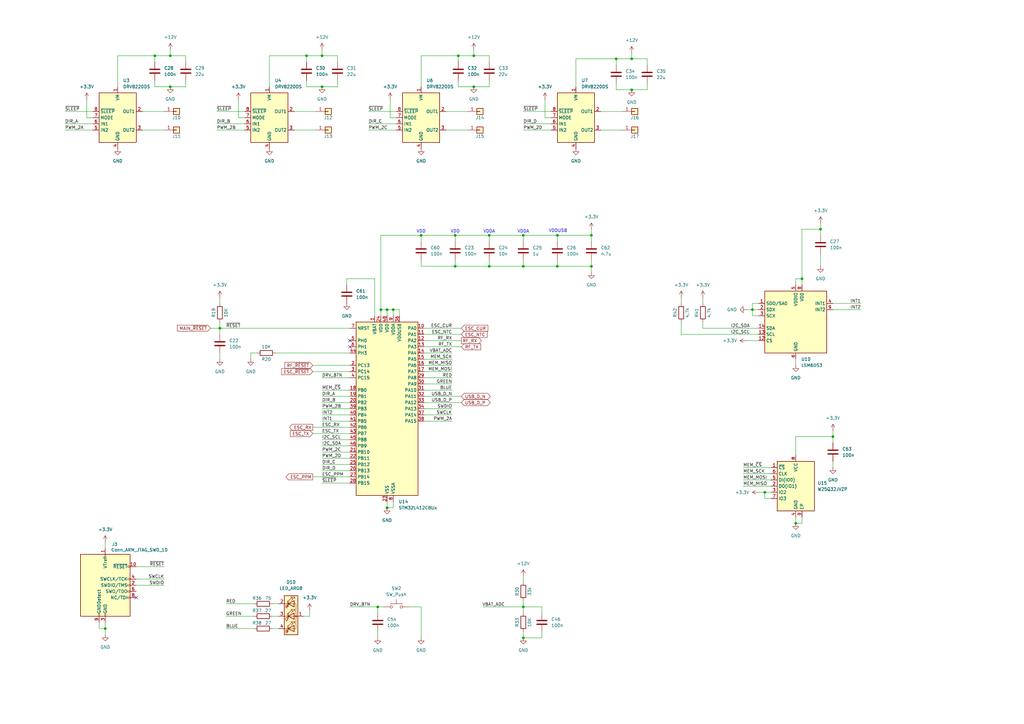
<source format=kicad_sch>
(kicad_sch (version 20231120) (generator "eeschema") (generator_version "8.0")
  (paper "A3")
  (junction (at 228.6 96.52))
  (junction (at 156.21 127))
  (junction (at 172.72 96.52))
  (junction (at 308.61 127))
  (junction (at 214.63 261.62))
  (junction (at 161.29 127))
  (junction (at 194.31 35.56))
  (junction (at 259.08 24.13))
  (junction (at 186.69 96.52))
  (junction (at 252.73 24.13))
  (junction (at 132.08 35.56))
  (junction (at 214.63 248.92))
  (junction (at 200.66 109.22))
  (junction (at 132.08 22.86))
  (junction (at 158.75 208.28))
  (junction (at 187.96 22.86))
  (junction (at 214.63 109.22))
  (junction (at 259.08 36.83))
  (junction (at 242.57 96.52))
  (junction (at 341.63 179.07))
  (junction (at 43.18 257.81))
  (junction (at 313.69 201.93))
  (junction (at 158.75 127))
  (junction (at 90.17 134.62))
  (junction (at 200.66 96.52))
  (junction (at 63.5 22.86))
  (junction (at 69.85 22.86))
  (junction (at 214.63 96.52))
  (junction (at 242.57 109.22))
  (junction (at 186.69 109.22))
  (junction (at 69.85 35.56))
  (junction (at 228.6 109.22))
  (junction (at 336.55 93.98))
  (junction (at 154.94 248.92))
  (junction (at 194.31 22.86))
  (junction (at 326.39 214.63))
  (junction (at 125.73 22.86))
  (junction (at 328.93 114.3))
  (no_connect (at 143.51 142.24))
  (no_connect (at 143.51 139.7))
  (no_connect (at 55.88 245.11))
  (wire (pts (xy 326.39 212.09) (xy 326.39 214.63)))
  (wire (pts (xy 97.79 48.26) (xy 97.79 40.64)))
  (wire (pts (xy 265.43 36.83) (xy 265.43 34.29)))
  (wire (pts (xy 38.1 50.8) (xy 26.67 50.8)))
  (wire (pts (xy 132.08 35.56) (xy 138.43 35.56)))
  (wire (pts (xy 328.93 116.84) (xy 328.93 114.3)))
  (wire (pts (xy 313.69 204.47) (xy 316.23 204.47)))
  (wire (pts (xy 222.25 251.46) (xy 222.25 248.92)))
  (wire (pts (xy 172.72 106.68) (xy 172.72 109.22)))
  (wire (pts (xy 214.63 45.72) (xy 226.06 45.72)))
  (wire (pts (xy 48.26 22.86) (xy 63.5 22.86)))
  (wire (pts (xy 200.66 109.22) (xy 214.63 109.22)))
  (wire (pts (xy 151.13 53.34) (xy 162.56 53.34)))
  (wire (pts (xy 167.64 248.92) (xy 172.72 248.92)))
  (wire (pts (xy 186.69 109.22) (xy 200.66 109.22)))
  (wire (pts (xy 128.27 152.4) (xy 143.51 152.4)))
  (wire (pts (xy 279.4 132.08) (xy 279.4 137.16)))
  (wire (pts (xy 242.57 109.22) (xy 242.57 111.76)))
  (wire (pts (xy 252.73 34.29) (xy 252.73 36.83)))
  (wire (pts (xy 214.63 248.92) (xy 222.25 248.92)))
  (wire (pts (xy 132.08 22.86) (xy 138.43 22.86)))
  (wire (pts (xy 214.63 236.22) (xy 214.63 238.76)))
  (wire (pts (xy 120.65 45.72) (xy 129.54 45.72)))
  (wire (pts (xy 311.15 201.93) (xy 313.69 201.93)))
  (wire (pts (xy 173.99 134.62) (xy 189.23 134.62)))
  (wire (pts (xy 161.29 208.28) (xy 158.75 208.28)))
  (wire (pts (xy 194.31 20.32) (xy 194.31 22.86)))
  (wire (pts (xy 132.08 182.88) (xy 143.51 182.88)))
  (wire (pts (xy 38.1 48.26) (xy 35.56 48.26)))
  (wire (pts (xy 222.25 261.62) (xy 214.63 261.62)))
  (wire (pts (xy 143.51 167.64) (xy 132.08 167.64)))
  (wire (pts (xy 182.88 53.34) (xy 191.77 53.34)))
  (wire (pts (xy 214.63 106.68) (xy 214.63 109.22)))
  (wire (pts (xy 151.13 50.8) (xy 162.56 50.8)))
  (wire (pts (xy 143.51 187.96) (xy 132.08 187.96)))
  (wire (pts (xy 92.71 247.65) (xy 104.14 247.65)))
  (wire (pts (xy 158.75 129.54) (xy 158.75 127)))
  (wire (pts (xy 156.21 129.54) (xy 156.21 127)))
  (wire (pts (xy 132.08 198.12) (xy 143.51 198.12)))
  (wire (pts (xy 132.08 162.56) (xy 143.51 162.56)))
  (wire (pts (xy 43.18 257.81) (xy 43.18 260.35)))
  (wire (pts (xy 128.27 149.86) (xy 143.51 149.86)))
  (wire (pts (xy 304.8 196.85) (xy 316.23 196.85)))
  (wire (pts (xy 26.67 45.72) (xy 38.1 45.72)))
  (wire (pts (xy 288.29 134.62) (xy 311.15 134.62)))
  (wire (pts (xy 55.88 232.41) (xy 67.31 232.41)))
  (wire (pts (xy 132.08 20.32) (xy 132.08 22.86)))
  (wire (pts (xy 173.99 162.56) (xy 189.23 162.56)))
  (wire (pts (xy 151.13 45.72) (xy 162.56 45.72)))
  (wire (pts (xy 88.9 45.72) (xy 100.33 45.72)))
  (wire (pts (xy 259.08 21.59) (xy 259.08 24.13)))
  (wire (pts (xy 288.29 132.08) (xy 288.29 134.62)))
  (wire (pts (xy 326.39 147.32) (xy 326.39 149.86)))
  (wire (pts (xy 194.31 22.86) (xy 200.66 22.86)))
  (wire (pts (xy 172.72 109.22) (xy 186.69 109.22)))
  (wire (pts (xy 173.99 144.78) (xy 185.42 144.78)))
  (wire (pts (xy 214.63 248.92) (xy 214.63 251.46)))
  (wire (pts (xy 173.99 167.64) (xy 185.42 167.64)))
  (wire (pts (xy 110.49 22.86) (xy 125.73 22.86)))
  (wire (pts (xy 86.36 134.62) (xy 90.17 134.62)))
  (wire (pts (xy 143.51 248.92) (xy 154.94 248.92)))
  (wire (pts (xy 242.57 93.98) (xy 242.57 96.52)))
  (wire (pts (xy 187.96 22.86) (xy 194.31 22.86)))
  (wire (pts (xy 125.73 33.02) (xy 125.73 35.56)))
  (wire (pts (xy 186.69 96.52) (xy 186.69 99.06)))
  (wire (pts (xy 69.85 20.32) (xy 69.85 22.86)))
  (wire (pts (xy 172.72 22.86) (xy 187.96 22.86)))
  (wire (pts (xy 259.08 24.13) (xy 265.43 24.13)))
  (wire (pts (xy 187.96 22.86) (xy 187.96 25.4)))
  (wire (pts (xy 92.71 252.73) (xy 104.14 252.73)))
  (wire (pts (xy 200.66 106.68) (xy 200.66 109.22)))
  (wire (pts (xy 156.21 127) (xy 156.21 96.52)))
  (wire (pts (xy 35.56 48.26) (xy 35.56 40.64)))
  (wire (pts (xy 214.63 53.34) (xy 226.06 53.34)))
  (wire (pts (xy 200.66 96.52) (xy 200.66 99.06)))
  (wire (pts (xy 55.88 237.49) (xy 67.31 237.49)))
  (wire (pts (xy 306.07 127) (xy 308.61 127)))
  (wire (pts (xy 304.8 194.31) (xy 316.23 194.31)))
  (wire (pts (xy 228.6 109.22) (xy 242.57 109.22)))
  (wire (pts (xy 158.75 127) (xy 156.21 127)))
  (wire (pts (xy 173.99 160.02) (xy 185.42 160.02)))
  (wire (pts (xy 142.24 114.3) (xy 142.24 116.84)))
  (wire (pts (xy 246.38 45.72) (xy 255.27 45.72)))
  (wire (pts (xy 156.21 96.52) (xy 172.72 96.52)))
  (wire (pts (xy 161.29 205.74) (xy 161.29 208.28)))
  (wire (pts (xy 336.55 93.98) (xy 336.55 96.52)))
  (wire (pts (xy 252.73 24.13) (xy 259.08 24.13)))
  (wire (pts (xy 132.08 190.5) (xy 143.51 190.5)))
  (wire (pts (xy 111.76 247.65) (xy 114.3 247.65)))
  (wire (pts (xy 143.51 175.26) (xy 128.27 175.26)))
  (wire (pts (xy 160.02 48.26) (xy 160.02 40.64)))
  (wire (pts (xy 102.87 144.78) (xy 102.87 147.32)))
  (wire (pts (xy 311.15 124.46) (xy 308.61 124.46)))
  (wire (pts (xy 90.17 134.62) (xy 143.51 134.62)))
  (wire (pts (xy 214.63 96.52) (xy 200.66 96.52)))
  (wire (pts (xy 222.25 259.08) (xy 222.25 261.62)))
  (wire (pts (xy 279.4 137.16) (xy 311.15 137.16)))
  (wire (pts (xy 48.26 22.86) (xy 48.26 35.56)))
  (wire (pts (xy 173.99 149.86) (xy 185.42 149.86)))
  (wire (pts (xy 88.9 50.8) (xy 100.33 50.8)))
  (wire (pts (xy 242.57 99.06) (xy 242.57 96.52)))
  (wire (pts (xy 173.99 152.4) (xy 185.42 152.4)))
  (wire (pts (xy 228.6 109.22) (xy 228.6 106.68)))
  (wire (pts (xy 279.4 121.92) (xy 279.4 124.46)))
  (wire (pts (xy 132.08 154.94) (xy 143.51 154.94)))
  (wire (pts (xy 223.52 48.26) (xy 223.52 40.64)))
  (wire (pts (xy 154.94 248.92) (xy 157.48 248.92)))
  (wire (pts (xy 308.61 127) (xy 311.15 127)))
  (wire (pts (xy 259.08 36.83) (xy 265.43 36.83)))
  (wire (pts (xy 187.96 35.56) (xy 194.31 35.56)))
  (wire (pts (xy 143.51 195.58) (xy 128.27 195.58)))
  (wire (pts (xy 246.38 53.34) (xy 255.27 53.34)))
  (wire (pts (xy 153.67 129.54) (xy 153.67 114.3)))
  (wire (pts (xy 336.55 104.14) (xy 336.55 109.22)))
  (wire (pts (xy 214.63 259.08) (xy 214.63 261.62)))
  (wire (pts (xy 132.08 172.72) (xy 143.51 172.72)))
  (wire (pts (xy 328.93 93.98) (xy 336.55 93.98)))
  (wire (pts (xy 143.51 185.42) (xy 132.08 185.42)))
  (wire (pts (xy 236.22 24.13) (xy 236.22 35.56)))
  (wire (pts (xy 172.72 261.62) (xy 172.72 248.92)))
  (wire (pts (xy 43.18 222.25) (xy 43.18 224.79)))
  (wire (pts (xy 154.94 259.08) (xy 154.94 261.62)))
  (wire (pts (xy 242.57 96.52) (xy 228.6 96.52)))
  (wire (pts (xy 161.29 127) (xy 158.75 127)))
  (wire (pts (xy 173.99 157.48) (xy 185.42 157.48)))
  (wire (pts (xy 328.93 212.09) (xy 328.93 214.63)))
  (wire (pts (xy 111.76 252.73) (xy 114.3 252.73)))
  (wire (pts (xy 326.39 114.3) (xy 328.93 114.3)))
  (wire (pts (xy 110.49 22.86) (xy 110.49 35.56)))
  (wire (pts (xy 200.66 25.4) (xy 200.66 22.86)))
  (wire (pts (xy 173.99 137.16) (xy 189.23 137.16)))
  (wire (pts (xy 161.29 129.54) (xy 161.29 127)))
  (wire (pts (xy 92.71 257.81) (xy 104.14 257.81)))
  (wire (pts (xy 113.03 144.78) (xy 143.51 144.78)))
  (wire (pts (xy 182.88 45.72) (xy 191.77 45.72)))
  (wire (pts (xy 341.63 176.53) (xy 341.63 179.07)))
  (wire (pts (xy 132.08 160.02) (xy 143.51 160.02)))
  (wire (pts (xy 100.33 48.26) (xy 97.79 48.26)))
  (wire (pts (xy 226.06 48.26) (xy 223.52 48.26)))
  (wire (pts (xy 326.39 179.07) (xy 341.63 179.07)))
  (wire (pts (xy 173.99 139.7) (xy 189.23 139.7)))
  (wire (pts (xy 120.65 53.34) (xy 129.54 53.34)))
  (wire (pts (xy 124.46 252.73) (xy 127 252.73)))
  (wire (pts (xy 90.17 134.62) (xy 90.17 137.16)))
  (wire (pts (xy 186.69 106.68) (xy 186.69 109.22)))
  (wire (pts (xy 132.08 170.18) (xy 143.51 170.18)))
  (wire (pts (xy 308.61 124.46) (xy 308.61 127)))
  (wire (pts (xy 341.63 189.23) (xy 341.63 191.77)))
  (wire (pts (xy 326.39 116.84) (xy 326.39 114.3)))
  (wire (pts (xy 236.22 24.13) (xy 252.73 24.13)))
  (wire (pts (xy 162.56 48.26) (xy 160.02 48.26)))
  (wire (pts (xy 153.67 114.3) (xy 142.24 114.3)))
  (wire (pts (xy 40.64 257.81) (xy 43.18 257.81)))
  (wire (pts (xy 58.42 53.34) (xy 67.31 53.34)))
  (wire (pts (xy 90.17 132.08) (xy 90.17 134.62)))
  (wire (pts (xy 69.85 35.56) (xy 76.2 35.56)))
  (wire (pts (xy 173.99 165.1) (xy 189.23 165.1)))
  (wire (pts (xy 341.63 127) (xy 353.06 127)))
  (wire (pts (xy 63.5 22.86) (xy 69.85 22.86)))
  (wire (pts (xy 158.75 205.74) (xy 158.75 208.28)))
  (wire (pts (xy 198.12 248.92) (xy 214.63 248.92)))
  (wire (pts (xy 341.63 179.07) (xy 341.63 181.61)))
  (wire (pts (xy 306.07 139.7) (xy 311.15 139.7)))
  (wire (pts (xy 173.99 154.94) (xy 185.42 154.94)))
  (wire (pts (xy 138.43 25.4) (xy 138.43 22.86)))
  (wire (pts (xy 228.6 96.52) (xy 214.63 96.52)))
  (wire (pts (xy 187.96 33.02) (xy 187.96 35.56)))
  (wire (pts (xy 313.69 201.93) (xy 313.69 204.47)))
  (wire (pts (xy 214.63 109.22) (xy 228.6 109.22)))
  (wire (pts (xy 252.73 36.83) (xy 259.08 36.83)))
  (wire (pts (xy 76.2 25.4) (xy 76.2 22.86)))
  (wire (pts (xy 127 252.73) (xy 127 250.19)))
  (wire (pts (xy 265.43 26.67) (xy 265.43 24.13)))
  (wire (pts (xy 214.63 246.38) (xy 214.63 248.92)))
  (wire (pts (xy 163.83 127) (xy 161.29 127)))
  (wire (pts (xy 125.73 35.56) (xy 132.08 35.56)))
  (wire (pts (xy 58.42 45.72) (xy 67.31 45.72)))
  (wire (pts (xy 326.39 186.69) (xy 326.39 179.07)))
  (wire (pts (xy 304.8 199.39) (xy 316.23 199.39)))
  (wire (pts (xy 336.55 91.44) (xy 336.55 93.98)))
  (wire (pts (xy 26.67 53.34) (xy 38.1 53.34)))
  (wire (pts (xy 308.61 129.54) (xy 311.15 129.54)))
  (wire (pts (xy 63.5 22.86) (xy 63.5 25.4)))
  (wire (pts (xy 132.08 165.1) (xy 143.51 165.1)))
  (wire (pts (xy 288.29 121.92) (xy 288.29 124.46)))
  (wire (pts (xy 313.69 201.93) (xy 316.23 201.93)))
  (wire (pts (xy 252.73 24.13) (xy 252.73 26.67)))
  (wire (pts (xy 194.31 35.56) (xy 200.66 35.56)))
  (wire (pts (xy 125.73 22.86) (xy 125.73 25.4)))
  (wire (pts (xy 173.99 172.72) (xy 185.42 172.72)))
  (wire (pts (xy 172.72 96.52) (xy 172.72 99.06)))
  (wire (pts (xy 228.6 96.52) (xy 228.6 99.06)))
  (wire (pts (xy 172.72 96.52) (xy 186.69 96.52)))
  (wire (pts (xy 163.83 129.54) (xy 163.83 127)))
  (wire (pts (xy 308.61 127) (xy 308.61 129.54)))
  (wire (pts (xy 214.63 96.52) (xy 214.63 99.06)))
  (wire (pts (xy 143.51 177.8) (xy 128.27 177.8)))
  (wire (pts (xy 90.17 121.92) (xy 90.17 124.46)))
  (wire (pts (xy 55.88 240.03) (xy 67.31 240.03)))
  (wire (pts (xy 304.8 191.77) (xy 316.23 191.77)))
  (wire (pts (xy 69.85 22.86) (xy 76.2 22.86)))
  (wire (pts (xy 173.99 147.32) (xy 185.42 147.32)))
  (wire (pts (xy 173.99 142.24) (xy 189.23 142.24)))
  (wire (pts (xy 43.18 255.27) (xy 43.18 257.81)))
  (wire (pts (xy 328.93 114.3) (xy 328.93 93.98)))
  (wire (pts (xy 63.5 33.02) (xy 63.5 35.56)))
  (wire (pts (xy 172.72 22.86) (xy 172.72 35.56)))
  (wire (pts (xy 40.64 255.27) (xy 40.64 257.81)))
  (wire (pts (xy 173.99 170.18) (xy 185.42 170.18)))
  (wire (pts (xy 125.73 22.86) (xy 132.08 22.86)))
  (wire (pts (xy 88.9 53.34) (xy 100.33 53.34)))
  (wire (pts (xy 328.93 214.63) (xy 326.39 214.63)))
  (wire (pts (xy 138.43 35.56) (xy 138.43 33.02)))
  (wire (pts (xy 132.08 193.04) (xy 143.51 193.04)))
  (wire (pts (xy 341.63 124.46) (xy 353.06 124.46)))
  (wire (pts (xy 76.2 35.56) (xy 76.2 33.02)))
  (wire (pts (xy 154.94 248.92) (xy 154.94 251.46)))
  (wire (pts (xy 200.66 96.52) (xy 186.69 96.52)))
  (wire (pts (xy 200.66 35.56) (xy 200.66 33.02)))
  (wire (pts (xy 90.17 144.78) (xy 90.17 147.32)))
  (wire (pts (xy 63.5 35.56) (xy 69.85 35.56)))
  (wire (pts (xy 111.76 257.81) (xy 114.3 257.81)))
  (wire (pts (xy 132.08 180.34) (xy 143.51 180.34)))
  (wire (pts (xy 214.63 50.8) (xy 226.06 50.8)))
  (wire (pts (xy 242.57 106.68) (xy 242.57 109.22)))
  (wire (pts (xy 105.41 144.78) (xy 102.87 144.78)))
  (text "VDDUSB" (at 228.854 94.742 0) (effects (font (size 1.27 1.27))))
  (text "VDDA" (at 214.63 94.996 0) (effects (font (size 1.27 1.27))))
  (text "VDDA" (at 200.66 94.996 0) (effects (font (size 1.27 1.27))))
  (text "VDD" (at 186.69 94.996 0) (effects (font (size 1.27 1.27))))
  (text "VDD" (at 172.72 94.996 0) (effects (font (size 1.27 1.27))))
  (label "RF_TX" (at 185.42 142.24 180))
  (label "DIR_A" (at 26.67 50.8 0))
  (label "ESC_RX" (at 132.08 175.26 0))
  (label "PWM_2D" (at 214.63 53.34 0))
  (label "I2C_SCL" (at 132.08 180.34 0))
  (label "BLUE" (at 185.42 160.02 180))
  (label "PWM_2A" (at 26.67 53.34 0))
  (label "SWCLK" (at 67.31 237.49 180))
  (label "GREEN" (at 92.71 252.73 0))
  (label "~{SLEEP}" (at 88.9 45.72 0))
  (label "DIR_B" (at 88.9 50.8 0))
  (label "~{SLEEP}" (at 151.13 45.72 0))
  (label "DIR_C" (at 151.13 50.8 0))
  (label "SWCLK" (at 185.42 170.18 180))
  (label "DRV_BTN" (at 132.08 154.94 0))
  (label "PWM_2C" (at 151.13 53.34 0))
  (label "MEM_~{CS}" (at 132.08 160.02 0))
  (label "~{RESET}" (at 92.71 134.62 0))
  (label "SWDIO" (at 185.42 167.64 180))
  (label "MEM_MOSI" (at 304.8 196.85 0))
  (label "PWM_2A" (at 185.42 172.72 180))
  (label "DRV_BTN" (at 143.51 248.92 0))
  (label "MEM_SCK" (at 304.8 194.31 0))
  (label "~{SLEEP}" (at 26.67 45.72 0))
  (label "USB_D_N" (at 185.42 162.56 180))
  (label "ESC_TX" (at 132.08 177.8 0))
  (label "INT1" (at 132.08 172.72 0))
  (label "DIR_D" (at 214.63 50.8 0))
  (label "RED" (at 92.71 247.65 0))
  (label "I2C_SCL" (at 299.72 137.16 0))
  (label "USB_D_P" (at 185.42 165.1 180))
  (label "DIR_D" (at 132.08 193.04 0))
  (label "VBAT_ADC" (at 185.42 144.78 180))
  (label "SWDIO" (at 67.31 240.03 180))
  (label "BLUE" (at 92.71 257.81 0))
  (label "MEM_SCK" (at 185.42 147.32 180))
  (label "PWM_2C" (at 132.08 185.42 0))
  (label "MEM_MISO" (at 304.8 199.39 0))
  (label "ESC_NTC" (at 185.42 137.16 180))
  (label "DIR_A" (at 132.08 162.56 0))
  (label "PWM_2B" (at 88.9 53.34 0))
  (label "MEM_MISO" (at 185.42 149.86 180))
  (label "PWM_2D" (at 132.08 187.96 0))
  (label "GREEN" (at 185.42 157.48 180))
  (label "~{RESET}" (at 67.31 232.41 180))
  (label "ESC_PPM" (at 132.08 195.58 0))
  (label "DIR_B" (at 132.08 165.1 0))
  (label "INT2" (at 353.06 127 180))
  (label "DIR_C" (at 132.08 190.5 0))
  (label "INT1" (at 353.06 124.46 180))
  (label "MEM_MOSI" (at 185.42 152.4 180))
  (label "MEM_~{CS}" (at 304.8 191.77 0))
  (label "I2C_SDA" (at 299.72 134.62 0))
  (label "RED" (at 185.42 154.94 180))
  (label "RF_RX" (at 185.42 139.7 180))
  (label "ESC_CUR" (at 185.42 134.62 180))
  (label "~{SLEEP}" (at 214.63 45.72 0))
  (label "VBAT_ADC" (at 207.01 248.92 180))
  (label "PWM_2B" (at 132.08 167.64 0))
  (label "INT2" (at 132.08 170.18 0))
  (label "~{SLEEP}" (at 132.08 198.12 0))
  (label "I2C_SDA" (at 132.08 182.88 0))
  (global_label "ESC_CUR" (shape input) (at 189.23 134.62 0) (property "Intersheetrefs" "${INTERSHEET_REFS}" (effects (hide yes))))
  (global_label "ESC_NTC" (shape input) (at 189.23 137.16 0) (property "Intersheetrefs" "${INTERSHEET_REFS}" (effects (hide yes))))
  (global_label "USB_D_N" (shape bidirectional) (at 189.23 162.56 0) (property "Intersheetrefs" "${INTERSHEET_REFS}" (effects (hide yes))))
  (global_label "ESC_TX" (shape input) (at 128.27 177.8 180) (property "Intersheetrefs" "${INTERSHEET_REFS}" (effects (hide yes))))
  (global_label "RF_TX" (shape input) (at 189.23 142.24 0) (property "Intersheetrefs" "${INTERSHEET_REFS}" (effects (hide yes))))
  (global_label "RF_~{RESET}" (shape input) (at 128.27 149.86 180) (property "Intersheetrefs" "${INTERSHEET_REFS}" (effects (hide yes))))
  (global_label "ESC_~{RESET}" (shape input) (at 128.27 152.4 180) (property "Intersheetrefs" "${INTERSHEET_REFS}" (effects (hide yes))))
  (global_label "ESC_PPM" (shape output) (at 128.27 195.58 180) (property "Intersheetrefs" "${INTERSHEET_REFS}" (effects (hide yes))))
  (global_label "ESC_RX" (shape output) (at 128.27 175.26 180) (property "Intersheetrefs" "${INTERSHEET_REFS}" (effects (hide yes))))
  (global_label "RF_RX" (shape output) (at 189.23 139.7 0) (property "Intersheetrefs" "${INTERSHEET_REFS}" (effects (hide yes))))
  (global_label "MAIN_~{RESET}" (shape input) (at 86.36 134.62 180) (property "Intersheetrefs" "${INTERSHEET_REFS}" (effects (hide yes))))
  (global_label "USB_D_P" (shape bidirectional) (at 189.23 165.1 0) (property "Intersheetrefs" "${INTERSHEET_REFS}" (effects (hide yes))))
  (symbol (lib_id "Device:C") (at 138.43 29.21 0) (unit 1)
    (property "Reference" "C31" (at 142.24 27.9399 0) (effects (justify left)))
    (property "Value" "22u" (at 142.24 30.4799 0) (effects (justify left)))
    (property "Footprint" "Capacitor_SMD:C_1206_3216Metric" (effects (hide yes)))
    (property "Description" "Unpolarized capacitor" (effects (hide yes)))
    (property "LCSC" "C342620" (effects (hide yes)))
  )
  (symbol (lib_id "Device:LED_ARGB") (at 119.38 252.73 0) (unit 1)
    (property "Reference" "D10" (at 119.38 238.76 0))
    (property "Value" "LED_ARGB" (at 119.38 241.3 0))
    (property "Footprint" "LED_SMD:LED_LiteOn_LTST-C19HE1WT" (effects (hide yes)))
    (property "Datasheet" "https://optoelectronics.liteon.com/upload/download/ds22-2008-0044/ltst-c19he1wt.pdf" (effects (hide yes)))
    (property "Description" "RGB LED, anode/red/green/blue" (effects (hide yes)))
    (property "LCSC" "C458749" (effects (hide yes)))
  )
  (symbol (lib_id "Device:C") (at 154.94 255.27 0) (unit 1)
    (property "Reference" "C54" (at 158.75 253.9999 0) (effects (justify left)))
    (property "Value" "100n" (at 158.75 256.5399 0) (effects (justify left)))
    (property "Footprint" "Capacitor_SMD:C_0603_1608Metric" (effects (hide yes)))
    (property "Description" "Unpolarized capacitor" (effects (hide yes)))
    (property "LCSC" "C1591" (effects (hide yes)))
  )
  (symbol (lib_id "Device:R") (at 107.95 257.81 270) (unit 1)
    (property "Reference" "R38" (at 105.41 255.524 90))
    (property "Value" "27" (at 109.982 255.524 90))
    (property "Footprint" "Resistor_SMD:R_0603_1608Metric" (effects (hide yes)))
    (property "Description" "Resistor" (effects (hide yes)))
    (property "LCSC" "C25190" (effects (hide yes)))
  )
  (symbol (lib_id "Device:C") (at 76.2 29.21 0) (unit 1)
    (property "Reference" "C29" (at 80.01 27.9399 0) (effects (justify left)))
    (property "Value" "22u" (at 80.01 30.4799 0) (effects (justify left)))
    (property "Footprint" "Capacitor_SMD:C_1206_3216Metric" (effects (hide yes)))
    (property "Description" "Unpolarized capacitor" (effects (hide yes)))
    (property "LCSC" "C342620" (effects (hide yes)))
  )
  (symbol (lib_id "power:+3.3V") (at 127 250.19 0) (unit 1)
    (property "Reference" "#PWR015" (effects (hide yes)))
    (property "Value" "+3.3V" (at 127 245.11 0))
    (property "Description" "Power symbol creates a global label with name \"+3.3V\"" (effects (hide yes)))
  )
  (symbol (lib_id "Device:C") (at 172.72 102.87 0) (unit 1)
    (property "Reference" "C60" (at 176.53 101.5999 0) (effects (justify left)))
    (property "Value" "100n" (at 176.53 104.1399 0) (effects (justify left)))
    (property "Footprint" "Capacitor_SMD:C_0603_1608Metric" (effects (hide yes)))
    (property "Description" "Unpolarized capacitor" (effects (hide yes)))
    (property "LCSC" "C1591" (effects (hide yes)))
  )
  (symbol (lib_id "power:GND") (at 110.49 60.96 0) (unit 1)
    (property "Reference" "#PWR043" (effects (hide yes)))
    (property "Value" "GND" (at 110.49 66.04 0))
    (property "Description" "Power symbol creates a global label with name \"GND\" , ground" (effects (hide yes)))
  )
  (symbol (lib_id "power:GND") (at 48.26 60.96 0) (unit 1)
    (property "Reference" "#PWR042" (effects (hide yes)))
    (property "Value" "GND" (at 48.26 66.04 0))
    (property "Description" "Power symbol creates a global label with name \"GND\" , ground" (effects (hide yes)))
  )
  (symbol (lib_id "Device:C") (at 242.57 102.87 0) (unit 1)
    (property "Reference" "C62" (at 246.38 101.5999 0) (effects (justify left)))
    (property "Value" "4.7u" (at 246.38 104.1399 0) (effects (justify left)))
    (property "Footprint" "Capacitor_SMD:C_0603_1608Metric" (effects (hide yes)))
    (property "Description" "Unpolarized capacitor" (effects (hide yes)))
    (property "LCSC" "C69335" (effects (hide yes)))
  )
  (symbol (lib_id "Device:C") (at 265.43 30.48 0) (unit 1)
    (property "Reference" "C35" (at 269.24 29.2099 0) (effects (justify left)))
    (property "Value" "22u" (at 269.24 31.7499 0) (effects (justify left)))
    (property "Footprint" "Capacitor_SMD:C_1206_3216Metric" (effects (hide yes)))
    (property "Description" "Unpolarized capacitor" (effects (hide yes)))
    (property "LCSC" "C342620" (effects (hide yes)))
  )
  (symbol (lib_id "power:+3.3V") (at 160.02 40.64 0) (unit 1)
    (property "Reference" "#PWR064" (effects (hide yes)))
    (property "Value" "+3.3V" (at 160.02 35.56 0))
    (property "Description" "Power symbol creates a global label with name \"+3.3V\"" (effects (hide yes)))
  )
  (symbol (lib_id "Device:C") (at 186.69 102.87 0) (unit 1)
    (property "Reference" "C23" (at 190.5 101.5999 0) (effects (justify left)))
    (property "Value" "100n" (at 190.5 104.1399 0) (effects (justify left)))
    (property "Footprint" "Capacitor_SMD:C_0603_1608Metric" (effects (hide yes)))
    (property "Description" "Unpolarized capacitor" (effects (hide yes)))
    (property "LCSC" "C1591" (effects (hide yes)))
  )
  (symbol (lib_id "dancollins:DRV8220DSGR") (at 110.49 48.26 0) (unit 1)
    (property "Reference" "U4" (at 112.6841 33.02 0) (effects (justify left)))
    (property "Value" "DRV8220DS" (at 112.6841 35.56 0) (effects (justify left)))
    (property "Footprint" "Package_SON:WSON-8-1EP_2x2mm_P0.5mm_EP0.9x1.6mm" (effects (hide yes)))
    (property "Datasheet" "https://www.ti.com/lit/ds/symlink/drv8220.pdf?ts=1722244899016&ref_url=https%253A%252F%252Fwww.ti.com%252Fproduct%252FDRV8220%253Fbm-verify%253DAAQAAAAJ_____1Nez3tBbsO97hjPXV3tL6YSpxRmz62jOYxwLZfIHx5_VUMlFp-F74_ssoQnrZXjSrHQlMYigq6JapnUji883CSNAut6jrIRQMUWRPNl5ORFi71cagzeLaKmSJtAhl7QFEMXlPTS1xiIVZxDor1Ofoqe0UwnPImqkqup8QGwZUFq0Ci2MKjB3jCsXQLUhE_O20M7S2lceMr0KgtwZyY6XXGOJLHq1ULeS4YrgAgKhZtdakyGb8iYxJ8fS4sm3GjNScbpcujZPvyAH7ogO3KAyrRDVJL6R95zYQDsAQAzV9GOA0o" (effects (hide yes)))
    (property "Description" "18-V H-Bridge Motor Driver with PWM, PH/EN, and Half-Bridge Control Interfaces and Low-Power Sleep Mode" (effects (hide yes)))
    (property "LCSC" "C3681269" (effects (hide yes)))
  )
  (symbol (lib_id "Connector_Generic:Conn_01x01") (at 260.35 53.34 0) (unit 1)
    (property "Reference" "J17" (at 260.35 55.88 0))
    (property "Value" "Conn_01x01" (effects (hide yes)))
    (property "Footprint" "Connector_Wire:SolderWire-1sqmm_1x01_D1.4mm_OD3.9mm" (effects (hide yes)))
    (property "Description" "Generic connector, single row, 01x01, script generated (kicad-library-utils/schlib/autogen/connector/)" (effects (hide yes)))
  )
  (symbol (lib_id "power:+3.3V") (at 97.79 40.64 0) (unit 1)
    (property "Reference" "#PWR062" (effects (hide yes)))
    (property "Value" "+3.3V" (at 97.79 35.56 0))
    (property "Description" "Power symbol creates a global label with name \"+3.3V\"" (effects (hide yes)))
  )
  (symbol (lib_id "MCU_ST_STM32L4:STM32L412C8Ux") (at 158.75 167.64 0) (unit 1)
    (property "Reference" "U14" (at 163.4841 205.74 0) (effects (justify left)))
    (property "Value" "STM32L412CBUx" (at 163.4841 208.28 0) (effects (justify left)))
    (property "Footprint" "Package_DFN_QFN:QFN-48-1EP_7x7mm_P0.5mm_EP5.6x5.6mm" (effects (hide yes)))
    (property "Datasheet" "https://www.st.com/resource/en/datasheet/stm32l412c8.pdf" (effects (hide yes)))
    (property "Description" "STMicroelectronics Arm Cortex-M4 MCU, 64KB flash, 40KB RAM, 80 MHz, 1.71-3.6V, 38 GPIO, UFQFPN48" (effects (hide yes)))
    (property "Mouser" "511-STM32L412C8U6" (effects (hide yes)))
    (property "LCSC" "C5157716" (effects (hide yes)))
  )
  (symbol (lib_id "Device:C") (at 336.55 100.33 0) (unit 1)
    (property "Reference" "C27" (at 340.36 99.0599 0) (effects (justify left)))
    (property "Value" "100n" (at 340.36 101.5999 0) (effects (justify left)))
    (property "Footprint" "Capacitor_SMD:C_0603_1608Metric" (effects (hide yes)))
    (property "Description" "Unpolarized capacitor" (effects (hide yes)))
    (property "LCSC" "C1591" (effects (hide yes)))
  )
  (symbol (lib_id "Device:R") (at 90.17 128.27 180) (unit 1)
    (property "Reference" "R19" (at 87.63 128.27 90))
    (property "Value" "10K" (at 92.71 128.27 90))
    (property "Footprint" "Resistor_SMD:R_0603_1608Metric" (effects (hide yes)))
    (property "Description" "Resistor" (effects (hide yes)))
    (property "LCSC" "C25804" (effects (hide yes)))
  )
  (symbol (lib_id "Device:C") (at 187.96 29.21 0) (unit 1)
    (property "Reference" "C32" (at 191.77 27.9399 0) (effects (justify left)))
    (property "Value" "100n" (at 191.77 30.4799 0) (effects (justify left)))
    (property "Footprint" "Capacitor_SMD:C_0603_1608Metric" (effects (hide yes)))
    (property "Description" "Unpolarized capacitor" (effects (hide yes)))
    (property "LCSC" "C1591" (effects (hide yes)))
  )
  (symbol (lib_id "Device:C") (at 252.73 30.48 0) (unit 1)
    (property "Reference" "C34" (at 256.54 29.2099 0) (effects (justify left)))
    (property "Value" "100n" (at 256.54 31.7499 0) (effects (justify left)))
    (property "Footprint" "Capacitor_SMD:C_0603_1608Metric" (effects (hide yes)))
    (property "Description" "Unpolarized capacitor" (effects (hide yes)))
    (property "LCSC" "C1591" (effects (hide yes)))
  )
  (symbol (lib_id "dancollins:DRV8220DSGR") (at 236.22 48.26 0) (unit 1)
    (property "Reference" "U7" (at 238.4141 33.02 0) (effects (justify left)))
    (property "Value" "DRV8220DS" (at 238.4141 35.56 0) (effects (justify left)))
    (property "Footprint" "Package_SON:WSON-8-1EP_2x2mm_P0.5mm_EP0.9x1.6mm" (effects (hide yes)))
    (property "Datasheet" "https://www.ti.com/lit/ds/symlink/drv8220.pdf?ts=1722244899016&ref_url=https%253A%252F%252Fwww.ti.com%252Fproduct%252FDRV8220%253Fbm-verify%253DAAQAAAAJ_____1Nez3tBbsO97hjPXV3tL6YSpxRmz62jOYxwLZfIHx5_VUMlFp-F74_ssoQnrZXjSrHQlMYigq6JapnUji883CSNAut6jrIRQMUWRPNl5ORFi71cagzeLaKmSJtAhl7QFEMXlPTS1xiIVZxDor1Ofoqe0UwnPImqkqup8QGwZUFq0Ci2MKjB3jCsXQLUhE_O20M7S2lceMr0KgtwZyY6XXGOJLHq1ULeS4YrgAgKhZtdakyGb8iYxJ8fS4sm3GjNScbpcujZPvyAH7ogO3KAyrRDVJL6R95zYQDsAQAzV9GOA0o" (effects (hide yes)))
    (property "Description" "18-V H-Bridge Motor Driver with PWM, PH/EN, and Half-Bridge Control Interfaces and Low-Power Sleep Mode" (effects (hide yes)))
    (property "LCSC" "C3681269" (effects (hide yes)))
  )
  (symbol (lib_id "Device:C") (at 142.24 120.65 0) (unit 1)
    (property "Reference" "C61" (at 146.05 119.3799 0) (effects (justify left)))
    (property "Value" "100n" (at 146.05 121.9199 0) (effects (justify left)))
    (property "Footprint" "Capacitor_SMD:C_0603_1608Metric" (effects (hide yes)))
    (property "Description" "Unpolarized capacitor" (effects (hide yes)))
    (property "LCSC" "C1591" (effects (hide yes)))
  )
  (symbol (lib_id "Device:C") (at 228.6 102.87 0) (unit 1)
    (property "Reference" "C26" (at 232.41 101.5999 0) (effects (justify left)))
    (property "Value" "100n" (at 232.41 104.1399 0) (effects (justify left)))
    (property "Footprint" "Capacitor_SMD:C_0603_1608Metric" (effects (hide yes)))
    (property "Description" "Unpolarized capacitor" (effects (hide yes)))
    (property "LCSC" "C1591" (effects (hide yes)))
  )
  (symbol (lib_id "power:GND") (at 69.85 35.56 0) (unit 1)
    (property "Reference" "#PWR056" (effects (hide yes)))
    (property "Value" "GND" (at 69.85 40.64 0))
    (property "Description" "Power symbol creates a global label with name \"GND\" , ground" (effects (hide yes)))
  )
  (symbol (lib_id "power:GND") (at 43.18 260.35 0) (unit 1)
    (property "Reference" "#PWR047" (effects (hide yes)))
    (property "Value" "GND" (at 43.18 265.43 0))
    (property "Description" "Power symbol creates a global label with name \"GND\" , ground" (effects (hide yes)))
  )
  (symbol (lib_id "power:+3.3V") (at 279.4 121.92 0) (unit 1)
    (property "Reference" "#PWR099" (effects (hide yes)))
    (property "Value" "+3.3V" (at 279.4 116.84 0))
    (property "Description" "Power symbol creates a global label with name \"+3.3V\"" (effects (hide yes)))
  )
  (symbol (lib_id "dancollins:DRV8220DSGR") (at 48.26 48.26 0) (unit 1)
    (property "Reference" "U3" (at 50.4541 33.02 0) (effects (justify left)))
    (property "Value" "DRV8220DS" (at 50.4541 35.56 0) (effects (justify left)))
    (property "Footprint" "Package_SON:WSON-8-1EP_2x2mm_P0.5mm_EP0.9x1.6mm" (effects (hide yes)))
    (property "Datasheet" "https://www.ti.com/lit/ds/symlink/drv8220.pdf?ts=1722244899016&ref_url=https%253A%252F%252Fwww.ti.com%252Fproduct%252FDRV8220%253Fbm-verify%253DAAQAAAAJ_____1Nez3tBbsO97hjPXV3tL6YSpxRmz62jOYxwLZfIHx5_VUMlFp-F74_ssoQnrZXjSrHQlMYigq6JapnUji883CSNAut6jrIRQMUWRPNl5ORFi71cagzeLaKmSJtAhl7QFEMXlPTS1xiIVZxDor1Ofoqe0UwnPImqkqup8QGwZUFq0Ci2MKjB3jCsXQLUhE_O20M7S2lceMr0KgtwZyY6XXGOJLHq1ULeS4YrgAgKhZtdakyGb8iYxJ8fS4sm3GjNScbpcujZPvyAH7ogO3KAyrRDVJL6R95zYQDsAQAzV9GOA0o" (effects (hide yes)))
    (property "Description" "18-V H-Bridge Motor Driver with PWM, PH/EN, and Half-Bridge Control Interfaces and Low-Power Sleep Mode" (effects (hide yes)))
    (property "LCSC" "C3681269" (effects (hide yes)))
  )
  (symbol (lib_id "Connector_Generic:Conn_01x01") (at 260.35 45.72 0) (unit 1)
    (property "Reference" "J16" (at 260.35 48.26 0))
    (property "Value" "Conn_01x01" (effects (hide yes)))
    (property "Footprint" "Connector_Wire:SolderWire-1sqmm_1x01_D1.4mm_OD3.9mm" (effects (hide yes)))
    (property "Description" "Generic connector, single row, 01x01, script generated (kicad-library-utils/schlib/autogen/connector/)" (effects (hide yes)))
  )
  (symbol (lib_id "Device:C") (at 222.25 255.27 0) (unit 1)
    (property "Reference" "C46" (at 226.06 253.9999 0) (effects (justify left)))
    (property "Value" "100n" (at 226.06 256.5399 0) (effects (justify left)))
    (property "Footprint" "Capacitor_SMD:C_0603_1608Metric" (effects (hide yes)))
    (property "Description" "Unpolarized capacitor" (effects (hide yes)))
    (property "LCSC" "C1591" (effects (hide yes)))
  )
  (symbol (lib_id "power:+3.3V") (at 336.55 91.44 0) (unit 1)
    (property "Reference" "#PWR039" (effects (hide yes)))
    (property "Value" "+3.3V" (at 336.55 86.36 0))
    (property "Description" "Power symbol creates a global label with name \"+3.3V\"" (effects (hide yes)))
  )
  (symbol (lib_id "dancollins:DRV8220DSGR") (at 172.72 48.26 0) (unit 1)
    (property "Reference" "U6" (at 174.9141 33.02 0) (effects (justify left)))
    (property "Value" "DRV8220DS" (at 174.9141 35.56 0) (effects (justify left)))
    (property "Footprint" "Package_SON:WSON-8-1EP_2x2mm_P0.5mm_EP0.9x1.6mm" (effects (hide yes)))
    (property "Datasheet" "https://www.ti.com/lit/ds/symlink/drv8220.pdf?ts=1722244899016&ref_url=https%253A%252F%252Fwww.ti.com%252Fproduct%252FDRV8220%253Fbm-verify%253DAAQAAAAJ_____1Nez3tBbsO97hjPXV3tL6YSpxRmz62jOYxwLZfIHx5_VUMlFp-F74_ssoQnrZXjSrHQlMYigq6JapnUji883CSNAut6jrIRQMUWRPNl5ORFi71cagzeLaKmSJtAhl7QFEMXlPTS1xiIVZxDor1Ofoqe0UwnPImqkqup8QGwZUFq0Ci2MKjB3jCsXQLUhE_O20M7S2lceMr0KgtwZyY6XXGOJLHq1ULeS4YrgAgKhZtdakyGb8iYxJ8fS4sm3GjNScbpcujZPvyAH7ogO3KAyrRDVJL6R95zYQDsAQAzV9GOA0o" (effects (hide yes)))
    (property "Description" "18-V H-Bridge Motor Driver with PWM, PH/EN, and Half-Bridge Control Interfaces and Low-Power Sleep Mode" (effects (hide yes)))
    (property "LCSC" "C3681269" (effects (hide yes)))
  )
  (symbol (lib_id "power:GND") (at 306.07 127 270) (unit 1)
    (property "Reference" "#PWR040" (effects (hide yes)))
    (property "Value" "GND" (at 302.26 126.9999 90) (effects (justify right)))
    (property "Description" "Power symbol creates a global label with name \"GND\" , ground" (effects (hide yes)))
  )
  (symbol (lib_id "power:+12V") (at 132.08 20.32 0) (unit 1)
    (property "Reference" "#PWR054" (effects (hide yes)))
    (property "Value" "+12V" (at 132.08 15.24 0))
    (property "Description" "Power symbol creates a global label with name \"+12V\"" (effects (hide yes)))
  )
  (symbol (lib_id "power:GND") (at 102.87 147.32 0) (unit 1)
    (property "Reference" "#PWR049" (effects (hide yes)))
    (property "Value" "GND" (at 102.87 152.4 0))
    (property "Description" "Power symbol creates a global label with name \"GND\" , ground" (effects (hide yes)))
  )
  (symbol (lib_id "power:+12V") (at 69.85 20.32 0) (unit 1)
    (property "Reference" "#PWR038" (effects (hide yes)))
    (property "Value" "+12V" (at 69.85 15.24 0))
    (property "Description" "Power symbol creates a global label with name \"+12V\"" (effects (hide yes)))
  )
  (symbol (lib_id "Device:C") (at 63.5 29.21 0) (unit 1)
    (property "Reference" "C28" (at 67.31 27.9399 0) (effects (justify left)))
    (property "Value" "100n" (at 67.31 30.4799 0) (effects (justify left)))
    (property "Footprint" "Capacitor_SMD:C_0603_1608Metric" (effects (hide yes)))
    (property "Description" "Unpolarized capacitor" (effects (hide yes)))
    (property "LCSC" "C1591" (effects (hide yes)))
  )
  (symbol (lib_id "power:GND") (at 90.17 147.32 0) (unit 1)
    (property "Reference" "#PWR050" (effects (hide yes)))
    (property "Value" "GND" (at 90.17 152.4 0))
    (property "Description" "Power symbol creates a global label with name \"GND\" , ground" (effects (hide yes)))
  )
  (symbol (lib_id "power:+3.3V") (at 341.63 176.53 0) (unit 1)
    (property "Reference" "#PWR051" (effects (hide yes)))
    (property "Value" "+3.3V" (at 341.63 171.45 0))
    (property "Description" "Power symbol creates a global label with name \"+3.3V\"" (effects (hide yes)))
  )
  (symbol (lib_id "power:+12V") (at 259.08 21.59 0) (unit 1)
    (property "Reference" "#PWR060" (effects (hide yes)))
    (property "Value" "+12V" (at 259.08 16.51 0))
    (property "Description" "Power symbol creates a global label with name \"+12V\"" (effects (hide yes)))
  )
  (symbol (lib_id "Device:C") (at 200.66 29.21 0) (unit 1)
    (property "Reference" "C33" (at 204.47 27.9399 0) (effects (justify left)))
    (property "Value" "22u" (at 204.47 30.4799 0) (effects (justify left)))
    (property "Footprint" "Capacitor_SMD:C_1206_3216Metric" (effects (hide yes)))
    (property "Description" "Unpolarized capacitor" (effects (hide yes)))
    (property "LCSC" "C342620" (effects (hide yes)))
  )
  (symbol (lib_id "power:GND") (at 142.24 124.46 0) (unit 1)
    (property "Reference" "#PWR018" (effects (hide yes)))
    (property "Value" "GND" (at 142.24 129.54 0))
    (property "Description" "Power symbol creates a global label with name \"GND\" , ground" (effects (hide yes)))
  )
  (symbol (lib_id "power:+3.3V") (at 288.29 121.92 0) (unit 1)
    (property "Reference" "#PWR098" (effects (hide yes)))
    (property "Value" "+3.3V" (at 288.29 116.84 0))
    (property "Description" "Power symbol creates a global label with name \"+3.3V\"" (effects (hide yes)))
  )
  (symbol (lib_id "Connector_Generic:Conn_01x01") (at 134.62 53.34 0) (unit 1)
    (property "Reference" "J13" (at 134.62 55.88 0))
    (property "Value" "Conn_01x01" (effects (hide yes)))
    (property "Footprint" "Connector_Wire:SolderWire-1sqmm_1x01_D1.4mm_OD3.9mm" (effects (hide yes)))
    (property "Description" "Generic connector, single row, 01x01, script generated (kicad-library-utils/schlib/autogen/connector/)" (effects (hide yes)))
  )
  (symbol (lib_id "power:+3.3V") (at 242.57 93.98 0) (unit 1)
    (property "Reference" "#PWR023" (effects (hide yes)))
    (property "Value" "+3.3V" (at 242.57 88.9 0))
    (property "Description" "Power symbol creates a global label with name \"+3.3V\"" (effects (hide yes)))
  )
  (symbol (lib_id "power:+3.3V") (at 311.15 201.93 90) (unit 1)
    (property "Reference" "#PWR097" (effects (hide yes)))
    (property "Value" "+3.3V" (at 307.34 201.9299 90) (effects (justify left)))
    (property "Description" "Power symbol creates a global label with name \"+3.3V\"" (effects (hide yes)))
  )
  (symbol (lib_id "Device:C") (at 341.63 185.42 0) (unit 1)
    (property "Reference" "C63" (at 345.44 184.1499 0) (effects (justify left)))
    (property "Value" "100n" (at 345.44 186.6899 0) (effects (justify left)))
    (property "Footprint" "Capacitor_SMD:C_0603_1608Metric" (effects (hide yes)))
    (property "Description" "Unpolarized capacitor" (effects (hide yes)))
    (property "LCSC" "C1591" (effects (hide yes)))
  )
  (symbol (lib_id "power:+3.3V") (at 223.52 40.64 0) (unit 1)
    (property "Reference" "#PWR065" (effects (hide yes)))
    (property "Value" "+3.3V" (at 223.52 35.56 0))
    (property "Description" "Power symbol creates a global label with name \"+3.3V\"" (effects (hide yes)))
  )
  (symbol (lib_id "Connector_Generic:Conn_01x01") (at 196.85 53.34 0) (unit 1)
    (property "Reference" "J15" (at 196.85 55.88 0))
    (property "Value" "Conn_01x01" (effects (hide yes)))
    (property "Footprint" "Connector_Wire:SolderWire-1sqmm_1x01_D1.4mm_OD3.9mm" (effects (hide yes)))
    (property "Description" "Generic connector, single row, 01x01, script generated (kicad-library-utils/schlib/autogen/connector/)" (effects (hide yes)))
  )
  (symbol (lib_id "Connector_Generic:Conn_01x01") (at 72.39 45.72 0) (unit 1)
    (property "Reference" "J10" (at 72.39 48.26 0))
    (property "Value" "Conn_01x01" (effects (hide yes)))
    (property "Footprint" "Connector_Wire:SolderWire-1sqmm_1x01_D1.4mm_OD3.9mm" (effects (hide yes)))
    (property "Description" "Generic connector, single row, 01x01, script generated (kicad-library-utils/schlib/autogen/connector/)" (effects (hide yes)))
  )
  (symbol (lib_id "Device:C") (at 90.17 140.97 0) (unit 1)
    (property "Reference" "C22" (at 93.98 139.6999 0) (effects (justify left)))
    (property "Value" "100n" (at 93.98 142.2399 0) (effects (justify left)))
    (property "Footprint" "Capacitor_SMD:C_0603_1608Metric" (effects (hide yes)))
    (property "Description" "Unpolarized capacitor" (effects (hide yes)))
    (property "LCSC" "C1591" (effects (hide yes)))
  )
  (symbol (lib_id "Device:C") (at 200.66 102.87 0) (unit 1)
    (property "Reference" "C24" (at 204.47 101.5999 0) (effects (justify left)))
    (property "Value" "10n" (at 204.47 104.1399 0) (effects (justify left)))
    (property "Footprint" "Capacitor_SMD:C_0603_1608Metric" (effects (hide yes)))
    (property "Description" "Unpolarized capacitor" (effects (hide yes)))
    (property "LCSC" "C1589" (effects (hide yes)))
  )
  (symbol (lib_id "power:+3.3V") (at 43.18 222.25 0) (unit 1)
    (property "Reference" "#PWR046" (effects (hide yes)))
    (property "Value" "+3.3V" (at 43.18 217.17 0))
    (property "Description" "Power symbol creates a global label with name \"+3.3V\"" (effects (hide yes)))
  )
  (symbol (lib_id "power:+3.3V") (at 90.17 121.92 0) (unit 1)
    (property "Reference" "#PWR048" (effects (hide yes)))
    (property "Value" "+3.3V" (at 90.17 116.84 0))
    (property "Description" "Power symbol creates a global label with name \"+3.3V\"" (effects (hide yes)))
  )
  (symbol (lib_id "Device:C") (at 214.63 102.87 0) (unit 1)
    (property "Reference" "C25" (at 218.44 101.5999 0) (effects (justify left)))
    (property "Value" "1u" (at 218.44 104.1399 0) (effects (justify left)))
    (property "Footprint" "Capacitor_SMD:C_0603_1608Metric" (effects (hide yes)))
    (property "Description" "Unpolarized capacitor" (effects (hide yes)))
    (property "LCSC" "C29936" (effects (hide yes)))
  )
  (symbol (lib_id "power:GND") (at 194.31 35.56 0) (unit 1)
    (property "Reference" "#PWR059" (effects (hide yes)))
    (property "Value" "GND" (at 194.31 40.64 0))
    (property "Description" "Power symbol creates a global label with name \"GND\" , ground" (effects (hide yes)))
  )
  (symbol (lib_id "Device:C") (at 125.73 29.21 0) (unit 1)
    (property "Reference" "C30" (at 129.54 27.9399 0) (effects (justify left)))
    (property "Value" "100n" (at 129.54 30.4799 0) (effects (justify left)))
    (property "Footprint" "Capacitor_SMD:C_0603_1608Metric" (effects (hide yes)))
    (property "Description" "Unpolarized capacitor" (effects (hide yes)))
    (property "LCSC" "C1591" (effects (hide yes)))
  )
  (symbol (lib_id "Device:R") (at 214.63 255.27 180) (unit 1)
    (property "Reference" "R33" (at 212.09 255.27 90))
    (property "Value" "10K" (at 217.17 255.27 90))
    (property "Footprint" "Resistor_SMD:R_0603_1608Metric" (effects (hide yes)))
    (property "Description" "Resistor" (effects (hide yes)))
    (property "LCSC" "C25804" (effects (hide yes)))
  )
  (symbol (lib_id "Device:R") (at 109.22 144.78 270) (unit 1)
    (property "Reference" "R20" (at 109.22 147.32 90))
    (property "Value" "10K" (at 109.22 142.24 90))
    (property "Footprint" "Resistor_SMD:R_0603_1608Metric" (effects (hide yes)))
    (property "Description" "Resistor" (effects (hide yes)))
    (property "LCSC" "C25804" (effects (hide yes)))
  )
  (symbol (lib_id "Connector_Generic:Conn_01x01") (at 72.39 53.34 0) (unit 1)
    (property "Reference" "J11" (at 72.39 55.88 0))
    (property "Value" "Conn_01x01" (effects (hide yes)))
    (property "Footprint" "Connector_Wire:SolderWire-1sqmm_1x01_D1.4mm_OD3.9mm" (effects (hide yes)))
    (property "Description" "Generic connector, single row, 01x01, script generated (kicad-library-utils/schlib/autogen/connector/)" (effects (hide yes)))
  )
  (symbol (lib_id "Device:R") (at 279.4 128.27 180) (unit 1)
    (property "Reference" "R42" (at 276.86 128.27 90))
    (property "Value" "4.7k" (at 281.94 128.27 90))
    (property "Footprint" "Resistor_SMD:R_0603_1608Metric" (effects (hide yes)))
    (property "Description" "Resistor" (effects (hide yes)))
    (property "LCSC" "C23162" (effects (hide yes)))
  )
  (symbol (lib_id "power:GND") (at 158.75 208.28 0) (unit 1)
    (property "Reference" "#PWR075" (effects (hide yes)))
    (property "Value" "GND" (at 158.75 213.36 0))
    (property "Description" "Power symbol creates a global label with name \"GND\" , ground" (effects (hide yes)))
  )
  (symbol (lib_id "power:GND") (at 132.08 35.56 0) (unit 1)
    (property "Reference" "#PWR057" (effects (hide yes)))
    (property "Value" "GND" (at 132.08 40.64 0))
    (property "Description" "Power symbol creates a global label with name \"GND\" , ground" (effects (hide yes)))
  )
  (symbol (lib_id "Device:R") (at 288.29 128.27 180) (unit 1)
    (property "Reference" "R41" (at 285.75 128.27 90))
    (property "Value" "4.7k" (at 290.83 128.27 90))
    (property "Footprint" "Resistor_SMD:R_0603_1608Metric" (effects (hide yes)))
    (property "Description" "Resistor" (effects (hide yes)))
    (property "LCSC" "C23162" (effects (hide yes)))
  )
  (symbol (lib_id "power:GND") (at 242.57 111.76 0) (unit 1)
    (property "Reference" "#PWR021" (effects (hide yes)))
    (property "Value" "GND" (at 242.57 116.84 0))
    (property "Description" "Power symbol creates a global label with name \"GND\" , ground" (effects (hide yes)))
  )
  (symbol (lib_id "Memory_Flash:W25Q32JVZP") (at 326.39 199.39 0) (unit 1)
    (property "Reference" "U15" (at 335.28 198.1199 0) (effects (justify left)))
    (property "Value" "W25Q32JVZP" (at 335.28 200.6599 0) (effects (justify left)))
    (property "Footprint" "Package_SON:WSON-8-1EP_6x5mm_P1.27mm_EP3.4x4.3mm" (effects (hide yes)))
    (property "Datasheet" "http://www.winbond.com/resource-files/w25q32jv%20revg%2003272018%20plus.pdf" (effects (hide yes)))
    (property "Description" "32Mb Serial Flash Memory, Standard/Dual/Quad SPI, DFN-8" (effects (hide yes)))
    (property "LCSC" "C571260" (effects (hide yes)))
  )
  (symbol (lib_id "power:+12V") (at 214.63 236.22 0) (unit 1)
    (property "Reference" "#PWR083" (effects (hide yes)))
    (property "Value" "+12V" (at 214.63 231.14 0))
    (property "Description" "Power symbol creates a global label with name \"+12V\"" (effects (hide yes)))
  )
  (symbol (lib_id "power:GND") (at 214.63 261.62 0) (unit 1)
    (property "Reference" "#PWR082" (effects (hide yes)))
    (property "Value" "GND" (at 214.63 266.7 0))
    (property "Description" "Power symbol creates a global label with name \"GND\" , ground" (effects (hide yes)))
  )
  (symbol (lib_id "Sensor_Motion:LSM6DS3") (at 326.39 132.08 0) (unit 1)
    (property "Reference" "U10" (at 328.5841 147.32 0) (effects (justify left)))
    (property "Value" "LSM6DS3" (at 328.5841 149.86 0) (effects (justify left)))
    (property "Footprint" "Package_LGA:LGA-14_3x2.5mm_P0.5mm_LayoutBorder3x4y" (effects (hide yes)))
    (property "Datasheet" "https://www.st.com/resource/en/datasheet/lsm6ds3tr-c.pdf" (effects (hide yes)))
    (property "Description" "I2C/SPI, iNEMO inertial module: always-on 3D accelerometer and 3D gyroscope" (effects (hide yes)))
    (property "LCSC" "C95230" (effects (hide yes)))
  )
  (symbol (lib_id "power:GND") (at 326.39 214.63 0) (unit 1)
    (property "Reference" "#PWR096" (effects (hide yes)))
    (property "Value" "GND" (at 326.39 219.71 0))
    (property "Description" "Power symbol creates a global label with name \"GND\" , ground" (effects (hide yes)))
  )
  (symbol (lib_id "power:GND") (at 172.72 261.62 0) (unit 1)
    (property "Reference" "#PWR084" (effects (hide yes)))
    (property "Value" "GND" (at 172.72 266.7 0))
    (property "Description" "Power symbol creates a global label with name \"GND\" , ground" (effects (hide yes)))
  )
  (symbol (lib_id "Device:R") (at 107.95 252.73 270) (unit 1)
    (property "Reference" "R37" (at 105.41 250.444 90))
    (property "Value" "27" (at 109.982 250.444 90))
    (property "Footprint" "Resistor_SMD:R_0603_1608Metric" (effects (hide yes)))
    (property "Description" "Resistor" (effects (hide yes)))
    (property "LCSC" "C25190" (effects (hide yes)))
  )
  (symbol (lib_id "power:+3.3V") (at 306.07 139.7 90) (unit 1)
    (property "Reference" "#PWR041" (effects (hide yes)))
    (property "Value" "+3.3V" (at 302.26 139.6999 90) (effects (justify left)))
    (property "Description" "Power symbol creates a global label with name \"+3.3V\"" (effects (hide yes)))
  )
  (symbol (lib_id "power:GND") (at 259.08 36.83 0) (unit 1)
    (property "Reference" "#PWR061" (effects (hide yes)))
    (property "Value" "GND" (at 259.08 41.91 0))
    (property "Description" "Power symbol creates a global label with name \"GND\" , ground" (effects (hide yes)))
  )
  (symbol (lib_id "power:+3.3V") (at 35.56 40.64 0) (unit 1)
    (property "Reference" "#PWR063" (effects (hide yes)))
    (property "Value" "+3.3V" (at 35.56 35.56 0))
    (property "Description" "Power symbol creates a global label with name \"+3.3V\"" (effects (hide yes)))
  )
  (symbol (lib_id "Connector:Conn_ARM_JTAG_SWD_10") (at 43.18 240.03 0) (unit 1)
    (property "Reference" "J3" (at 48.26 223.266 0) (effects (justify right)))
    (property "Value" "Conn_ARM_JTAG_SWD_10" (at 68.834 225.552 0) (effects (justify right)))
    (property "Footprint" "Connector_PinHeader_1.27mm:PinHeader_2x05_P1.27mm_Vertical_SMD" (effects (hide yes)))
    (property "Datasheet" "http://infocenter.arm.com/help/topic/com.arm.doc.ddi0314h/DDI0314H_coresight_components_trm.pdf" (effects (hide yes)))
    (property "Description" "Cortex Debug Connector, standard ARM Cortex-M SWD and JTAG interface" (effects (hide yes)))
  )
  (symbol (lib_id "power:GND") (at 326.39 149.86 0) (unit 1)
    (property "Reference" "#PWR055" (effects (hide yes)))
    (property "Value" "GND" (at 326.39 154.94 0))
    (property "Description" "Power symbol creates a global label with name \"GND\" , ground" (effects (hide yes)))
  )
  (symbol (lib_id "power:GND") (at 154.94 261.62 0) (unit 1)
    (property "Reference" "#PWR081" (effects (hide yes)))
    (property "Value" "GND" (at 154.94 266.7 0))
    (property "Description" "Power symbol creates a global label with name \"GND\" , ground" (effects (hide yes)))
  )
  (symbol (lib_id "Device:R") (at 107.95 247.65 270) (unit 1)
    (property "Reference" "R36" (at 105.41 245.364 90))
    (property "Value" "75" (at 109.982 245.364 90))
    (property "Footprint" "Resistor_SMD:R_0603_1608Metric" (effects (hide yes)))
    (property "Description" "Resistor" (effects (hide yes)))
    (property "LCSC" "C4275" (effects (hide yes)))
  )
  (symbol (lib_id "power:GND") (at 172.72 60.96 0) (unit 1)
    (property "Reference" "#PWR044" (effects (hide yes)))
    (property "Value" "GND" (at 172.72 66.04 0))
    (property "Description" "Power symbol creates a global label with name \"GND\" , ground" (effects (hide yes)))
  )
  (symbol (lib_id "power:GND") (at 336.55 109.22 0) (unit 1)
    (property "Reference" "#PWR053" (effects (hide yes)))
    (property "Value" "GND" (at 336.55 114.3 0))
    (property "Description" "Power symbol creates a global label with name \"GND\" , ground" (effects (hide yes)))
  )
  (symbol (lib_id "power:+12V") (at 194.31 20.32 0) (unit 1)
    (property "Reference" "#PWR058" (effects (hide yes)))
    (property "Value" "+12V" (at 194.31 15.24 0))
    (property "Description" "Power symbol creates a global label with name \"+12V\"" (effects (hide yes)))
  )
  (symbol (lib_id "Switch:SW_Push") (at 162.56 248.92 0) (unit 1)
    (property "Reference" "SW2" (at 162.56 241.3 0))
    (property "Value" "SW_Push" (at 162.56 243.84 0))
    (property "Footprint" "Button_Switch_SMD:SW_SPST_Omron_B3FS-100xP" (effects (hide yes)))
    (property "Description" "Push button switch, generic, two pins" (effects (hide yes)))
    (property "LCSC" "C4364467" (effects (hide yes)))
  )
  (symbol (lib_id "Connector_Generic:Conn_01x01") (at 134.62 45.72 0) (unit 1)
    (property "Reference" "J12" (at 134.62 48.26 0))
    (property "Value" "Conn_01x01" (effects (hide yes)))
    (property "Footprint" "Connector_Wire:SolderWire-1sqmm_1x01_D1.4mm_OD3.9mm" (effects (hide yes)))
    (property "Description" "Generic connector, single row, 01x01, script generated (kicad-library-utils/schlib/autogen/connector/)" (effects (hide yes)))
  )
  (symbol (lib_id "Connector_Generic:Conn_01x01") (at 196.85 45.72 0) (unit 1)
    (property "Reference" "J14" (at 196.85 48.26 0))
    (property "Value" "Conn_01x01" (effects (hide yes)))
    (property "Footprint" "Connector_Wire:SolderWire-1sqmm_1x01_D1.4mm_OD3.9mm" (effects (hide yes)))
    (property "Description" "Generic connector, single row, 01x01, script generated (kicad-library-utils/schlib/autogen/connector/)" (effects (hide yes)))
  )
  (symbol (lib_id "power:GND") (at 341.63 191.77 0) (unit 1)
    (property "Reference" "#PWR052" (effects (hide yes)))
    (property "Value" "GND" (at 341.63 196.85 0))
    (property "Description" "Power symbol creates a global label with name \"GND\" , ground" (effects (hide yes)))
  )
  (symbol (lib_id "power:GND") (at 236.22 60.96 0) (unit 1)
    (property "Reference" "#PWR045" (effects (hide yes)))
    (property "Value" "GND" (at 236.22 66.04 0))
    (property "Description" "Power symbol creates a global label with name \"GND\" , ground" (effects (hide yes)))
  )
  (symbol (lib_id "Device:R") (at 214.63 242.57 180) (unit 1)
    (property "Reference" "R30" (at 212.09 242.57 90))
    (property "Value" "33k" (at 217.17 242.57 90))
    (property "Footprint" "Resistor_SMD:R_0603_1608Metric" (effects (hide yes)))
    (property "Description" "Resistor" (effects (hide yes)))
    (property "LCSC" "C4216" (effects (hide yes)))
  )
)
</source>
